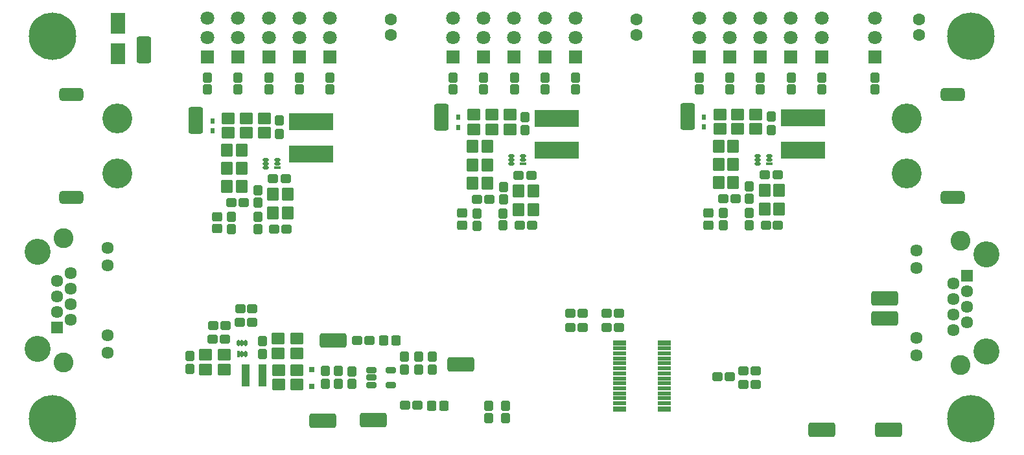
<source format=gbr>
G04*
G04 #@! TF.GenerationSoftware,Altium Limited,Altium Designer,25.1.2 (22)*
G04*
G04 Layer_Color=8388736*
%FSLAX44Y44*%
%MOMM*%
G71*
G04*
G04 #@! TF.SameCoordinates,24EE1BED-7E77-41C4-A39D-8EFC6A2CB599*
G04*
G04*
G04 #@! TF.FilePolarity,Negative*
G04*
G01*
G75*
%ADD39R,0.8200X0.4500*%
%ADD40O,0.8200X0.4500*%
G04:AMPARAMS|DCode=41|XSize=3.5032mm|YSize=1.9032mm|CornerRadius=0.3141mm|HoleSize=0mm|Usage=FLASHONLY|Rotation=180.000|XOffset=0mm|YOffset=0mm|HoleType=Round|Shape=RoundedRectangle|*
%AMROUNDEDRECTD41*
21,1,3.5032,1.2750,0,0,180.0*
21,1,2.8750,1.9032,0,0,180.0*
1,1,0.6282,-1.4375,0.6375*
1,1,0.6282,1.4375,0.6375*
1,1,0.6282,1.4375,-0.6375*
1,1,0.6282,-1.4375,-0.6375*
%
%ADD41ROUNDEDRECTD41*%
G04:AMPARAMS|DCode=42|XSize=1.2032mm|YSize=1.3032mm|CornerRadius=0.1766mm|HoleSize=0mm|Usage=FLASHONLY|Rotation=180.000|XOffset=0mm|YOffset=0mm|HoleType=Round|Shape=RoundedRectangle|*
%AMROUNDEDRECTD42*
21,1,1.2032,0.9500,0,0,180.0*
21,1,0.8500,1.3032,0,0,180.0*
1,1,0.3532,-0.4250,0.4750*
1,1,0.3532,0.4250,0.4750*
1,1,0.3532,0.4250,-0.4750*
1,1,0.3532,-0.4250,-0.4750*
%
%ADD42ROUNDEDRECTD42*%
%ADD43R,1.7032X0.8032*%
%ADD44R,1.7032X0.6032*%
%ADD45R,5.8032X2.3032*%
G04:AMPARAMS|DCode=46|XSize=3.5032mm|YSize=1.9032mm|CornerRadius=0.3141mm|HoleSize=0mm|Usage=FLASHONLY|Rotation=90.000|XOffset=0mm|YOffset=0mm|HoleType=Round|Shape=RoundedRectangle|*
%AMROUNDEDRECTD46*
21,1,3.5032,1.2750,0,0,90.0*
21,1,2.8750,1.9032,0,0,90.0*
1,1,0.6282,0.6375,1.4375*
1,1,0.6282,0.6375,-1.4375*
1,1,0.6282,-0.6375,-1.4375*
1,1,0.6282,-0.6375,1.4375*
%
%ADD46ROUNDEDRECTD46*%
%ADD47R,0.4500X0.8200*%
%ADD48O,0.4500X0.8200*%
G04:AMPARAMS|DCode=49|XSize=1.2032mm|YSize=1.3032mm|CornerRadius=0.1766mm|HoleSize=0mm|Usage=FLASHONLY|Rotation=270.000|XOffset=0mm|YOffset=0mm|HoleType=Round|Shape=RoundedRectangle|*
%AMROUNDEDRECTD49*
21,1,1.2032,0.9500,0,0,270.0*
21,1,0.8500,1.3032,0,0,270.0*
1,1,0.3532,-0.4750,-0.4250*
1,1,0.3532,-0.4750,0.4250*
1,1,0.3532,0.4750,0.4250*
1,1,0.3532,0.4750,-0.4250*
%
%ADD49ROUNDEDRECTD49*%
G04:AMPARAMS|DCode=50|XSize=1.3032mm|YSize=1.2032mm|CornerRadius=0.2016mm|HoleSize=0mm|Usage=FLASHONLY|Rotation=180.000|XOffset=0mm|YOffset=0mm|HoleType=Round|Shape=RoundedRectangle|*
%AMROUNDEDRECTD50*
21,1,1.3032,0.8000,0,0,180.0*
21,1,0.9000,1.2032,0,0,180.0*
1,1,0.4032,-0.4500,0.4000*
1,1,0.4032,0.4500,0.4000*
1,1,0.4032,0.4500,-0.4000*
1,1,0.4032,-0.4500,-0.4000*
%
%ADD50ROUNDEDRECTD50*%
%ADD51R,0.6032X0.6832*%
G04:AMPARAMS|DCode=52|XSize=1.5032mm|YSize=1.7032mm|CornerRadius=0.1991mm|HoleSize=0mm|Usage=FLASHONLY|Rotation=180.000|XOffset=0mm|YOffset=0mm|HoleType=Round|Shape=RoundedRectangle|*
%AMROUNDEDRECTD52*
21,1,1.5032,1.3050,0,0,180.0*
21,1,1.1050,1.7032,0,0,180.0*
1,1,0.3982,-0.5525,0.6525*
1,1,0.3982,0.5525,0.6525*
1,1,0.3982,0.5525,-0.6525*
1,1,0.3982,-0.5525,-0.6525*
%
%ADD52ROUNDEDRECTD52*%
G04:AMPARAMS|DCode=53|XSize=1.5032mm|YSize=1.7032mm|CornerRadius=0.1991mm|HoleSize=0mm|Usage=FLASHONLY|Rotation=90.000|XOffset=0mm|YOffset=0mm|HoleType=Round|Shape=RoundedRectangle|*
%AMROUNDEDRECTD53*
21,1,1.5032,1.3050,0,0,90.0*
21,1,1.1050,1.7032,0,0,90.0*
1,1,0.3982,0.6525,0.5525*
1,1,0.3982,0.6525,-0.5525*
1,1,0.3982,-0.6525,-0.5525*
1,1,0.3982,-0.6525,0.5525*
%
%ADD53ROUNDEDRECTD53*%
G04:AMPARAMS|DCode=54|XSize=1.3032mm|YSize=1.2032mm|CornerRadius=0.1766mm|HoleSize=0mm|Usage=FLASHONLY|Rotation=90.000|XOffset=0mm|YOffset=0mm|HoleType=Round|Shape=RoundedRectangle|*
%AMROUNDEDRECTD54*
21,1,1.3032,0.8500,0,0,90.0*
21,1,0.9500,1.2032,0,0,90.0*
1,1,0.3532,0.4250,0.4750*
1,1,0.3532,0.4250,-0.4750*
1,1,0.3532,-0.4250,-0.4750*
1,1,0.3532,-0.4250,0.4750*
%
%ADD54ROUNDEDRECTD54*%
G04:AMPARAMS|DCode=55|XSize=1.3032mm|YSize=1.2032mm|CornerRadius=0.1766mm|HoleSize=0mm|Usage=FLASHONLY|Rotation=0.000|XOffset=0mm|YOffset=0mm|HoleType=Round|Shape=RoundedRectangle|*
%AMROUNDEDRECTD55*
21,1,1.3032,0.8500,0,0,0.0*
21,1,0.9500,1.2032,0,0,0.0*
1,1,0.3532,0.4750,-0.4250*
1,1,0.3532,-0.4750,-0.4250*
1,1,0.3532,-0.4750,0.4250*
1,1,0.3532,0.4750,0.4250*
%
%ADD55ROUNDEDRECTD55*%
%ADD56R,1.0032X2.9032*%
%ADD57R,0.6532X0.7932*%
%ADD58R,1.9032X2.7032*%
G04:AMPARAMS|DCode=59|XSize=1.3032mm|YSize=0.8032mm|CornerRadius=0.1316mm|HoleSize=0mm|Usage=FLASHONLY|Rotation=0.000|XOffset=0mm|YOffset=0mm|HoleType=Round|Shape=RoundedRectangle|*
%AMROUNDEDRECTD59*
21,1,1.3032,0.5400,0,0,0.0*
21,1,1.0400,0.8032,0,0,0.0*
1,1,0.2632,0.5200,-0.2700*
1,1,0.2632,-0.5200,-0.2700*
1,1,0.2632,-0.5200,0.2700*
1,1,0.2632,0.5200,0.2700*
%
%ADD59ROUNDEDRECTD59*%
G04:AMPARAMS|DCode=60|XSize=1.3032mm|YSize=1.2032mm|CornerRadius=0.2016mm|HoleSize=0mm|Usage=FLASHONLY|Rotation=90.000|XOffset=0mm|YOffset=0mm|HoleType=Round|Shape=RoundedRectangle|*
%AMROUNDEDRECTD60*
21,1,1.3032,0.8000,0,0,90.0*
21,1,0.9000,1.2032,0,0,90.0*
1,1,0.4032,0.4000,0.4500*
1,1,0.4032,0.4000,-0.4500*
1,1,0.4032,-0.4000,-0.4500*
1,1,0.4032,-0.4000,0.4500*
%
%ADD60ROUNDEDRECTD60*%
%ADD61C,1.8032*%
%ADD62R,1.8032X1.8032*%
%ADD63C,1.6000*%
%ADD64C,3.9032*%
G04:AMPARAMS|DCode=65|XSize=1.7032mm|YSize=3.2032mm|CornerRadius=0.4766mm|HoleSize=0mm|Usage=FLASHONLY|Rotation=270.000|XOffset=0mm|YOffset=0mm|HoleType=Round|Shape=RoundedRectangle|*
%AMROUNDEDRECTD65*
21,1,1.7032,2.2500,0,0,270.0*
21,1,0.7500,3.2032,0,0,270.0*
1,1,0.9532,-1.1250,-0.3750*
1,1,0.9532,-1.1250,0.3750*
1,1,0.9532,1.1250,0.3750*
1,1,0.9532,1.1250,-0.3750*
%
%ADD65ROUNDEDRECTD65*%
%ADD66C,6.2032*%
%ADD67C,1.6112*%
%ADD68R,1.6112X1.6112*%
%ADD69C,2.6032*%
%ADD70C,3.4032*%
D39*
X1085679Y484483D02*
D03*
X443399Y479423D02*
D03*
X764179Y483943D02*
D03*
D40*
X1085679Y489483D02*
D03*
Y494483D02*
D03*
X1070879Y484483D02*
D03*
Y489483D02*
D03*
Y494483D02*
D03*
X428599Y489423D02*
D03*
Y484423D02*
D03*
Y479423D02*
D03*
X443399Y489423D02*
D03*
Y484423D02*
D03*
X764179Y488943D02*
D03*
Y493943D02*
D03*
X749379Y483943D02*
D03*
Y488943D02*
D03*
Y493943D02*
D03*
D41*
X516550Y252700D02*
D03*
X503000Y148000D02*
D03*
X1237000Y308000D02*
D03*
Y282000D02*
D03*
X683000Y222000D02*
D03*
X1155000Y136000D02*
D03*
X1242000D02*
D03*
X569000Y149000D02*
D03*
D42*
X719890Y167430D02*
D03*
Y151430D02*
D03*
X741890Y167430D02*
D03*
Y151430D02*
D03*
X352210Y581160D02*
D03*
Y597160D02*
D03*
X392210Y581160D02*
D03*
Y597160D02*
D03*
X432210Y581160D02*
D03*
Y597160D02*
D03*
X472210Y581160D02*
D03*
Y597160D02*
D03*
X512210Y581160D02*
D03*
Y597160D02*
D03*
X417929Y433153D02*
D03*
Y449153D02*
D03*
X417679Y398863D02*
D03*
Y414863D02*
D03*
X383679Y414783D02*
D03*
Y398783D02*
D03*
X994490Y597160D02*
D03*
Y581160D02*
D03*
X1034490Y597160D02*
D03*
Y581160D02*
D03*
X1074490Y597160D02*
D03*
Y581160D02*
D03*
X1114490Y597160D02*
D03*
Y581160D02*
D03*
X1154490Y597160D02*
D03*
Y581160D02*
D03*
X1060209Y454213D02*
D03*
Y438213D02*
D03*
X1059959Y419923D02*
D03*
Y403923D02*
D03*
X1025959Y403843D02*
D03*
Y419843D02*
D03*
X672990Y597160D02*
D03*
Y581160D02*
D03*
X712990Y597160D02*
D03*
Y581160D02*
D03*
X752990Y597160D02*
D03*
Y581160D02*
D03*
X792990Y597160D02*
D03*
Y581160D02*
D03*
X832990Y597160D02*
D03*
Y581160D02*
D03*
X738709Y453673D02*
D03*
Y437673D02*
D03*
X738459Y419383D02*
D03*
Y403383D02*
D03*
X704459Y403303D02*
D03*
Y419303D02*
D03*
X1224260Y581160D02*
D03*
Y597160D02*
D03*
X540890Y196430D02*
D03*
Y212430D02*
D03*
D43*
X949009Y250008D02*
D03*
Y163507D02*
D03*
X890509D02*
D03*
Y250008D02*
D03*
D44*
X949009Y210008D02*
D03*
Y203508D02*
D03*
Y197008D02*
D03*
Y190508D02*
D03*
Y171007D02*
D03*
Y177507D02*
D03*
Y184007D02*
D03*
X890509D02*
D03*
Y177507D02*
D03*
Y171007D02*
D03*
Y190508D02*
D03*
Y197008D02*
D03*
Y203508D02*
D03*
Y210008D02*
D03*
Y229508D02*
D03*
Y236008D02*
D03*
Y242508D02*
D03*
Y223008D02*
D03*
Y216508D02*
D03*
X949009D02*
D03*
Y223008D02*
D03*
Y242508D02*
D03*
Y236008D02*
D03*
Y229508D02*
D03*
D45*
X1129949Y502093D02*
D03*
Y544093D02*
D03*
X808449Y501553D02*
D03*
Y543553D02*
D03*
X487669Y497033D02*
D03*
Y539033D02*
D03*
D46*
X269000Y633000D02*
D03*
X337049Y540723D02*
D03*
X979329Y545783D02*
D03*
X657829Y545243D02*
D03*
D47*
X392250Y234850D02*
D03*
D48*
X397250D02*
D03*
X402250D02*
D03*
X392250Y249650D02*
D03*
X397250D02*
D03*
X402250D02*
D03*
D49*
X383739Y433343D02*
D03*
X399739D02*
D03*
X455210Y399023D02*
D03*
X439210D02*
D03*
X1042019Y438403D02*
D03*
X1026019D02*
D03*
X1081489Y404083D02*
D03*
X1097489D02*
D03*
X720519Y437863D02*
D03*
X704519D02*
D03*
X759989Y403543D02*
D03*
X775990D02*
D03*
X394820Y294140D02*
D03*
X410820D02*
D03*
X410680Y276360D02*
D03*
X394680D02*
D03*
X375180Y254360D02*
D03*
X359180D02*
D03*
X359570Y272890D02*
D03*
X375570D02*
D03*
X826180Y288360D02*
D03*
X842180D02*
D03*
X873500Y288250D02*
D03*
X889500D02*
D03*
X1051930Y195360D02*
D03*
X1067930D02*
D03*
X842320Y269890D02*
D03*
X826320D02*
D03*
X889820D02*
D03*
X873820D02*
D03*
X1018070Y205640D02*
D03*
X1034070D02*
D03*
X1068070Y213640D02*
D03*
X1052070D02*
D03*
X626411Y168235D02*
D03*
X610411D02*
D03*
X563820Y252640D02*
D03*
X547820D02*
D03*
D50*
X364379Y415103D02*
D03*
Y399103D02*
D03*
X1006659Y404163D02*
D03*
Y420163D02*
D03*
X685159Y403623D02*
D03*
Y419623D02*
D03*
D51*
X358639Y540383D02*
D03*
Y527183D02*
D03*
X1000919Y532243D02*
D03*
Y545443D02*
D03*
X679419Y531703D02*
D03*
Y544903D02*
D03*
D52*
X396789Y454173D02*
D03*
X377789D02*
D03*
X396789Y478303D02*
D03*
X377789D02*
D03*
X396789Y502323D02*
D03*
X377789D02*
D03*
X437700Y444063D02*
D03*
X456699D02*
D03*
X437700Y419933D02*
D03*
X456699D02*
D03*
X1020069Y459233D02*
D03*
X1039069D02*
D03*
X1020069Y483363D02*
D03*
X1039069D02*
D03*
X1020069Y507383D02*
D03*
X1039069D02*
D03*
X1098979Y449123D02*
D03*
X1079979D02*
D03*
X1098979Y424993D02*
D03*
X1079979D02*
D03*
X698569Y458693D02*
D03*
X717569D02*
D03*
X698569Y482823D02*
D03*
X717569D02*
D03*
X698569Y506843D02*
D03*
X717569D02*
D03*
X777479Y448583D02*
D03*
X758480D02*
D03*
X777479Y424453D02*
D03*
X758480D02*
D03*
D53*
X426349Y524853D02*
D03*
Y543853D02*
D03*
X402729Y524853D02*
D03*
Y543853D02*
D03*
X379109Y524853D02*
D03*
Y543853D02*
D03*
X1068629Y548913D02*
D03*
Y529913D02*
D03*
X1045009Y548913D02*
D03*
Y529913D02*
D03*
X1021389Y548913D02*
D03*
Y529913D02*
D03*
X747129Y548373D02*
D03*
Y529373D02*
D03*
X723509Y548373D02*
D03*
Y529373D02*
D03*
X699889Y548373D02*
D03*
Y529373D02*
D03*
X444890Y214300D02*
D03*
Y195300D02*
D03*
X444610Y236200D02*
D03*
Y255200D02*
D03*
X349890Y234300D02*
D03*
Y215300D02*
D03*
X373890Y234300D02*
D03*
Y215300D02*
D03*
X468890Y214300D02*
D03*
Y195300D02*
D03*
X468610Y236200D02*
D03*
Y255200D02*
D03*
D54*
X446329Y540533D02*
D03*
Y523533D02*
D03*
X1088609Y528593D02*
D03*
Y545593D02*
D03*
X767109Y528053D02*
D03*
Y545053D02*
D03*
X423950Y234980D02*
D03*
Y251980D02*
D03*
X329550Y232520D02*
D03*
Y215520D02*
D03*
X523300Y196270D02*
D03*
Y213270D02*
D03*
X506300Y196270D02*
D03*
Y213270D02*
D03*
X645700Y231730D02*
D03*
Y214730D02*
D03*
X627700Y231730D02*
D03*
Y214730D02*
D03*
X609700Y231730D02*
D03*
Y214730D02*
D03*
D55*
X454780Y464423D02*
D03*
X437780D02*
D03*
X1080060Y469483D02*
D03*
X1097059D02*
D03*
X758559Y468943D02*
D03*
X775559D02*
D03*
D56*
X424250Y207250D02*
D03*
X402250D02*
D03*
D57*
X488250Y193350D02*
D03*
Y215150D02*
D03*
D58*
X235250Y628250D02*
D03*
Y668250D02*
D03*
D59*
X592000Y195000D02*
D03*
X566000Y214000D02*
D03*
Y204500D02*
D03*
Y195000D02*
D03*
X592000Y214000D02*
D03*
D60*
X661340Y167950D02*
D03*
X645340D02*
D03*
X598500Y252750D02*
D03*
X582500D02*
D03*
D61*
X352100Y674990D02*
D03*
Y649590D02*
D03*
X392100Y674990D02*
D03*
Y649590D02*
D03*
X432100Y674990D02*
D03*
Y649590D02*
D03*
X472100Y674990D02*
D03*
Y649590D02*
D03*
X512100Y674990D02*
D03*
Y649590D02*
D03*
X994380Y674990D02*
D03*
Y649590D02*
D03*
X1034380Y674990D02*
D03*
Y649590D02*
D03*
X1074380Y674990D02*
D03*
Y649590D02*
D03*
X1114380Y674990D02*
D03*
Y649590D02*
D03*
X1154380Y674990D02*
D03*
Y649590D02*
D03*
X672880Y674990D02*
D03*
Y649590D02*
D03*
X712880Y674990D02*
D03*
Y649590D02*
D03*
X752880Y674990D02*
D03*
Y649590D02*
D03*
X792880Y674990D02*
D03*
Y649590D02*
D03*
X832880Y674990D02*
D03*
Y649590D02*
D03*
X1224150Y674990D02*
D03*
Y649590D02*
D03*
D62*
X352100Y624190D02*
D03*
X392100D02*
D03*
X432100D02*
D03*
X472100D02*
D03*
X512100D02*
D03*
X994380D02*
D03*
X1034380D02*
D03*
X1074380D02*
D03*
X1114380D02*
D03*
X1154380D02*
D03*
X672880D02*
D03*
X712880D02*
D03*
X752880D02*
D03*
X792880D02*
D03*
X832880D02*
D03*
X1224150D02*
D03*
D63*
X1281310Y672580D02*
D03*
Y652580D02*
D03*
X912860Y672580D02*
D03*
Y652580D02*
D03*
X591700Y672580D02*
D03*
Y652580D02*
D03*
D64*
X1266000Y543500D02*
D03*
Y471500D02*
D03*
X234000Y471500D02*
D03*
Y543500D02*
D03*
D65*
X1326000Y575000D02*
D03*
Y440000D02*
D03*
X174000Y440000D02*
D03*
Y575000D02*
D03*
D66*
X1349800Y150600D02*
D03*
Y650600D02*
D03*
X149800D02*
D03*
Y150600D02*
D03*
D67*
X1278630Y348030D02*
D03*
Y256630D02*
D03*
Y370930D02*
D03*
Y233730D02*
D03*
X1326830Y307430D02*
D03*
X1344630Y297230D02*
D03*
Y317630D02*
D03*
X1326830Y287030D02*
D03*
Y327830D02*
D03*
X1344630Y276830D02*
D03*
X1326830Y266630D02*
D03*
X221370Y259970D02*
D03*
Y351370D02*
D03*
Y237070D02*
D03*
Y374270D02*
D03*
X173170Y300570D02*
D03*
X155370Y310770D02*
D03*
Y290370D02*
D03*
X173170Y320970D02*
D03*
Y280170D02*
D03*
X155370Y331170D02*
D03*
X173170Y341370D02*
D03*
D68*
X1344630Y338030D02*
D03*
X155370Y269970D02*
D03*
D69*
X1335730Y383580D02*
D03*
Y221080D02*
D03*
X164270Y224420D02*
D03*
Y386920D02*
D03*
D70*
X1370030Y365830D02*
D03*
Y238830D02*
D03*
X129970Y242170D02*
D03*
Y369170D02*
D03*
M02*

</source>
